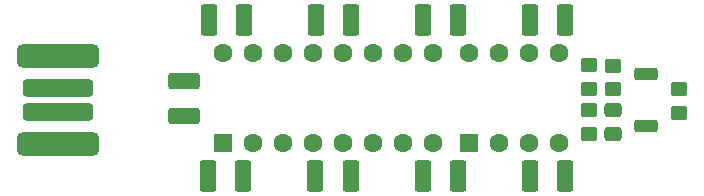
<source format=gbr>
%TF.GenerationSoftware,KiCad,Pcbnew,9.0.6*%
%TF.CreationDate,2025-11-06T17:37:24+11:00*%
%TF.ProjectId,catch-the-led,63617463-682d-4746-9865-2d6c65642e6b,rev?*%
%TF.SameCoordinates,Original*%
%TF.FileFunction,Soldermask,Top*%
%TF.FilePolarity,Negative*%
%FSLAX46Y46*%
G04 Gerber Fmt 4.6, Leading zero omitted, Abs format (unit mm)*
G04 Created by KiCad (PCBNEW 9.0.6) date 2025-11-06 17:37:24*
%MOMM*%
%LPD*%
G01*
G04 APERTURE LIST*
G04 Aperture macros list*
%AMRoundRect*
0 Rectangle with rounded corners*
0 $1 Rounding radius*
0 $2 $3 $4 $5 $6 $7 $8 $9 X,Y pos of 4 corners*
0 Add a 4 corners polygon primitive as box body*
4,1,4,$2,$3,$4,$5,$6,$7,$8,$9,$2,$3,0*
0 Add four circle primitives for the rounded corners*
1,1,$1+$1,$2,$3*
1,1,$1+$1,$4,$5*
1,1,$1+$1,$6,$7*
1,1,$1+$1,$8,$9*
0 Add four rect primitives between the rounded corners*
20,1,$1+$1,$2,$3,$4,$5,0*
20,1,$1+$1,$4,$5,$6,$7,0*
20,1,$1+$1,$6,$7,$8,$9,0*
20,1,$1+$1,$8,$9,$2,$3,0*%
G04 Aperture macros list end*
%ADD10RoundRect,0.250001X0.462499X1.074999X-0.462499X1.074999X-0.462499X-1.074999X0.462499X-1.074999X0*%
%ADD11RoundRect,0.250001X1.074999X-0.462499X1.074999X0.462499X-1.074999X0.462499X-1.074999X-0.462499X0*%
%ADD12RoundRect,0.250000X0.750000X-0.275000X0.750000X0.275000X-0.750000X0.275000X-0.750000X-0.275000X0*%
%ADD13RoundRect,0.250000X0.550000X-0.550000X0.550000X0.550000X-0.550000X0.550000X-0.550000X-0.550000X0*%
%ADD14C,1.600000*%
%ADD15RoundRect,0.250000X0.450000X-0.350000X0.450000X0.350000X-0.450000X0.350000X-0.450000X-0.350000X0*%
%ADD16RoundRect,0.250000X-0.450000X0.350000X-0.450000X-0.350000X0.450000X-0.350000X0.450000X0.350000X0*%
%ADD17RoundRect,0.250000X0.475000X-0.337500X0.475000X0.337500X-0.475000X0.337500X-0.475000X-0.337500X0*%
%ADD18RoundRect,0.500000X-3.000000X-0.500000X3.000000X-0.500000X3.000000X0.500000X-3.000000X0.500000X0*%
%ADD19RoundRect,0.375000X-2.625000X-0.375000X2.625000X-0.375000X2.625000X0.375000X-2.625000X0.375000X0*%
G04 APERTURE END LIST*
D10*
%TO.C,D1*%
X162348500Y-106078500D03*
X159373500Y-106078500D03*
%TD*%
%TO.C,D3*%
X144220500Y-106078500D03*
X141245500Y-106078500D03*
%TD*%
D11*
%TO.C,D5*%
X130090500Y-100998500D03*
X130090500Y-98023500D03*
%TD*%
D12*
%TO.C,SW1*%
X169206500Y-101892500D03*
X169206500Y-97442500D03*
%TD*%
D10*
%TO.C,D9*%
X162348500Y-92870500D03*
X159373500Y-92870500D03*
%TD*%
D13*
%TO.C,U2*%
X133392500Y-103279500D03*
D14*
X135932500Y-103279500D03*
X138472500Y-103279500D03*
X141012500Y-103279500D03*
X143552500Y-103279500D03*
X146092500Y-103279500D03*
X148632500Y-103279500D03*
X151172500Y-103279500D03*
X151172500Y-95659500D03*
X148632500Y-95659500D03*
X146092500Y-95659500D03*
X143552500Y-95659500D03*
X141012500Y-95659500D03*
X138472500Y-95659500D03*
X135932500Y-95659500D03*
X133392500Y-95659500D03*
%TD*%
D15*
%TO.C,R2*%
X164380500Y-98712500D03*
X164380500Y-96712500D03*
%TD*%
D10*
%TO.C,D4*%
X135134000Y-106078500D03*
X132159000Y-106078500D03*
%TD*%
D16*
%TO.C,R3*%
X166412500Y-96755500D03*
X166412500Y-98755500D03*
%TD*%
D10*
%TO.C,D6*%
X135170500Y-92870500D03*
X132195500Y-92870500D03*
%TD*%
D15*
%TO.C,R1*%
X164380500Y-102522500D03*
X164380500Y-100522500D03*
%TD*%
D10*
%TO.C,D8*%
X153289167Y-92870500D03*
X150314167Y-92870500D03*
%TD*%
D13*
%TO.C,U1*%
X154220500Y-103279500D03*
D14*
X156760500Y-103279500D03*
X159300500Y-103279500D03*
X161840500Y-103279500D03*
X161840500Y-95659500D03*
X159300500Y-95659500D03*
X156760500Y-95659500D03*
X154220500Y-95659500D03*
%TD*%
D10*
%TO.C,D2*%
X153307000Y-106078500D03*
X150332000Y-106078500D03*
%TD*%
D17*
%TO.C,C1*%
X166412500Y-102565500D03*
X166412500Y-100490500D03*
%TD*%
D15*
%TO.C,R4*%
X172000500Y-100744500D03*
X172000500Y-98744500D03*
%TD*%
D10*
%TO.C,D7*%
X144229833Y-92870500D03*
X141254833Y-92870500D03*
%TD*%
D18*
%TO.C,U3*%
X119454000Y-103426500D03*
D19*
X119454000Y-100676500D03*
X119454000Y-98676500D03*
D18*
X119454000Y-95926500D03*
%TD*%
M02*

</source>
